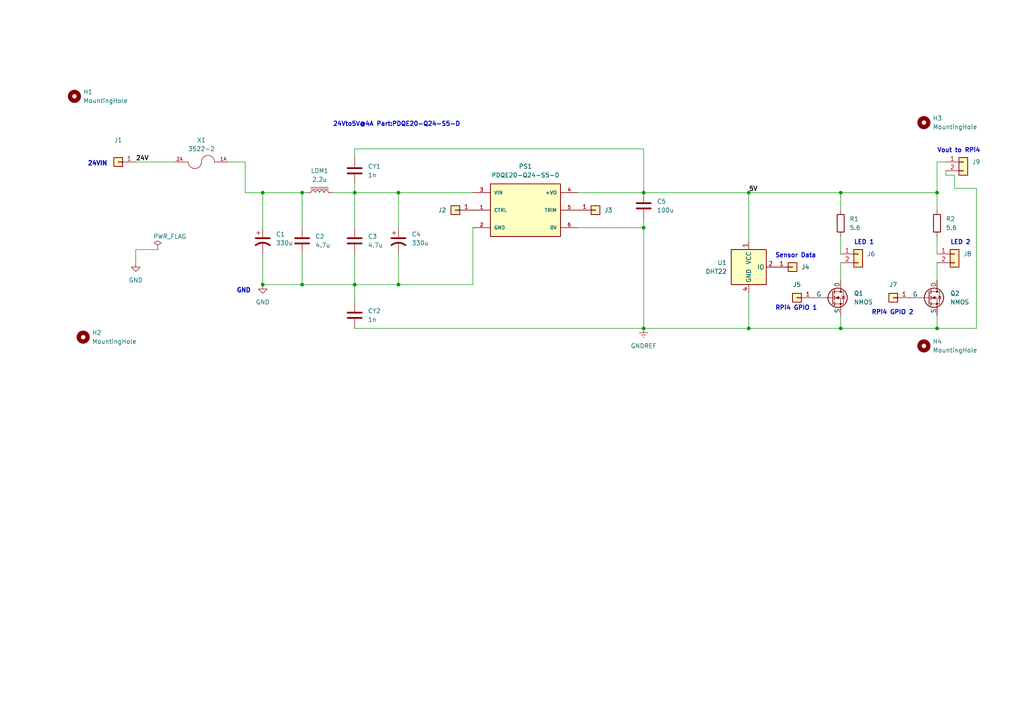
<source format=kicad_sch>
(kicad_sch (version 20230121) (generator eeschema)

  (uuid c8a1dbed-09ff-4cce-b212-445f2f4631fc)

  (paper "A4")

  (title_block
    (date "2023-09-22")
    (rev "1.1")
    (company "ASML Team 12")
  )

  (lib_symbols
    (symbol "3522-2:3522-2" (pin_names (offset 1.016)) (in_bom yes) (on_board yes)
      (property "Reference" "X" (at -2.54 5.08 0)
        (effects (font (size 1.27 1.27)) (justify left bottom))
      )
      (property "Value" "3522-2" (at -2.54 -5.08 0)
        (effects (font (size 1.27 1.27)) (justify left bottom))
      )
      (property "Footprint" "3522-2:FUSE_3522-2" (at 0 0 0)
        (effects (font (size 1.27 1.27)) (justify bottom) hide)
      )
      (property "Datasheet" "" (at 0 0 0)
        (effects (font (size 1.27 1.27)) hide)
      )
      (property "PARTREV" "J" (at 0 0 0)
        (effects (font (size 1.27 1.27)) (justify bottom) hide)
      )
      (property "MANUFACTURER" "Keystone" (at 0 0 0)
        (effects (font (size 1.27 1.27)) (justify bottom) hide)
      )
      (property "SNAPEDA_PN" "3522-2" (at 0 0 0)
        (effects (font (size 1.27 1.27)) (justify bottom) hide)
      )
      (property "MAXIMUM_PACKAGE_HEIGHT" "6.73mm" (at 0 0 0)
        (effects (font (size 1.27 1.27)) (justify bottom) hide)
      )
      (property "STANDARD" "Manufacturer Recommendations" (at 0 0 0)
        (effects (font (size 1.27 1.27)) (justify bottom) hide)
      )
      (symbol "3522-2_0_0"
        (arc (start 0 0) (mid -1.905 1.8967) (end -3.81 0)
          (stroke (width 0.1524) (type default))
          (fill (type none))
        )
        (polyline
          (pts
            (xy -5.08 0)
            (xy -3.81 0)
          )
          (stroke (width 0.1524) (type default))
          (fill (type none))
        )
        (polyline
          (pts
            (xy 5.08 0)
            (xy 3.81 0)
          )
          (stroke (width 0.1524) (type default))
          (fill (type none))
        )
        (arc (start 0 0) (mid 1.905 -1.8967) (end 3.81 0)
          (stroke (width 0.1524) (type default))
          (fill (type none))
        )
        (pin passive line (at -7.62 0 0) (length 2.54)
          (name "~" (effects (font (size 1.016 1.016))))
          (number "1A" (effects (font (size 1.016 1.016))))
        )
        (pin passive line (at 7.62 0 180) (length 2.54)
          (name "~" (effects (font (size 1.016 1.016))))
          (number "2A" (effects (font (size 1.016 1.016))))
        )
      )
    )
    (symbol "Connector_Generic:Conn_01x01" (pin_names (offset 1.016) hide) (in_bom yes) (on_board yes)
      (property "Reference" "J" (at 0 2.54 0)
        (effects (font (size 1.27 1.27)))
      )
      (property "Value" "Conn_01x01" (at 0 -2.54 0)
        (effects (font (size 1.27 1.27)))
      )
      (property "Footprint" "" (at 0 0 0)
        (effects (font (size 1.27 1.27)) hide)
      )
      (property "Datasheet" "~" (at 0 0 0)
        (effects (font (size 1.27 1.27)) hide)
      )
      (property "ki_keywords" "connector" (at 0 0 0)
        (effects (font (size 1.27 1.27)) hide)
      )
      (property "ki_description" "Generic connector, single row, 01x01, script generated (kicad-library-utils/schlib/autogen/connector/)" (at 0 0 0)
        (effects (font (size 1.27 1.27)) hide)
      )
      (property "ki_fp_filters" "Connector*:*_1x??_*" (at 0 0 0)
        (effects (font (size 1.27 1.27)) hide)
      )
      (symbol "Conn_01x01_1_1"
        (rectangle (start -1.27 0.127) (end 0 -0.127)
          (stroke (width 0.1524) (type default))
          (fill (type none))
        )
        (rectangle (start -1.27 1.27) (end 1.27 -1.27)
          (stroke (width 0.254) (type default))
          (fill (type background))
        )
        (pin passive line (at -5.08 0 0) (length 3.81)
          (name "Pin_1" (effects (font (size 1.27 1.27))))
          (number "1" (effects (font (size 1.27 1.27))))
        )
      )
    )
    (symbol "Connector_Generic:Conn_01x02" (pin_names (offset 1.016) hide) (in_bom yes) (on_board yes)
      (property "Reference" "J" (at 0 2.54 0)
        (effects (font (size 1.27 1.27)))
      )
      (property "Value" "Conn_01x02" (at 0 -5.08 0)
        (effects (font (size 1.27 1.27)))
      )
      (property "Footprint" "" (at 0 0 0)
        (effects (font (size 1.27 1.27)) hide)
      )
      (property "Datasheet" "~" (at 0 0 0)
        (effects (font (size 1.27 1.27)) hide)
      )
      (property "ki_keywords" "connector" (at 0 0 0)
        (effects (font (size 1.27 1.27)) hide)
      )
      (property "ki_description" "Generic connector, single row, 01x02, script generated (kicad-library-utils/schlib/autogen/connector/)" (at 0 0 0)
        (effects (font (size 1.27 1.27)) hide)
      )
      (property "ki_fp_filters" "Connector*:*_1x??_*" (at 0 0 0)
        (effects (font (size 1.27 1.27)) hide)
      )
      (symbol "Conn_01x02_1_1"
        (rectangle (start -1.27 -2.413) (end 0 -2.667)
          (stroke (width 0.1524) (type default))
          (fill (type none))
        )
        (rectangle (start -1.27 0.127) (end 0 -0.127)
          (stroke (width 0.1524) (type default))
          (fill (type none))
        )
        (rectangle (start -1.27 1.27) (end 1.27 -3.81)
          (stroke (width 0.254) (type default))
          (fill (type background))
        )
        (pin passive line (at -5.08 0 0) (length 3.81)
          (name "Pin_1" (effects (font (size 1.27 1.27))))
          (number "1" (effects (font (size 1.27 1.27))))
        )
        (pin passive line (at -5.08 -2.54 0) (length 3.81)
          (name "Pin_2" (effects (font (size 1.27 1.27))))
          (number "2" (effects (font (size 1.27 1.27))))
        )
      )
    )
    (symbol "Device:C" (pin_numbers hide) (pin_names (offset 0.254)) (in_bom yes) (on_board yes)
      (property "Reference" "C" (at 0.635 2.54 0)
        (effects (font (size 1.27 1.27)) (justify left))
      )
      (property "Value" "C" (at 0.635 -2.54 0)
        (effects (font (size 1.27 1.27)) (justify left))
      )
      (property "Footprint" "" (at 0.9652 -3.81 0)
        (effects (font (size 1.27 1.27)) hide)
      )
      (property "Datasheet" "~" (at 0 0 0)
        (effects (font (size 1.27 1.27)) hide)
      )
      (property "ki_keywords" "cap capacitor" (at 0 0 0)
        (effects (font (size 1.27 1.27)) hide)
      )
      (property "ki_description" "Unpolarized capacitor" (at 0 0 0)
        (effects (font (size 1.27 1.27)) hide)
      )
      (property "ki_fp_filters" "C_*" (at 0 0 0)
        (effects (font (size 1.27 1.27)) hide)
      )
      (symbol "C_0_1"
        (polyline
          (pts
            (xy -2.032 -0.762)
            (xy 2.032 -0.762)
          )
          (stroke (width 0.508) (type default))
          (fill (type none))
        )
        (polyline
          (pts
            (xy -2.032 0.762)
            (xy 2.032 0.762)
          )
          (stroke (width 0.508) (type default))
          (fill (type none))
        )
      )
      (symbol "C_1_1"
        (pin passive line (at 0 3.81 270) (length 2.794)
          (name "~" (effects (font (size 1.27 1.27))))
          (number "1" (effects (font (size 1.27 1.27))))
        )
        (pin passive line (at 0 -3.81 90) (length 2.794)
          (name "~" (effects (font (size 1.27 1.27))))
          (number "2" (effects (font (size 1.27 1.27))))
        )
      )
    )
    (symbol "Device:C_Polarized_US" (pin_numbers hide) (pin_names (offset 0.254) hide) (in_bom yes) (on_board yes)
      (property "Reference" "C" (at 0.635 2.54 0)
        (effects (font (size 1.27 1.27)) (justify left))
      )
      (property "Value" "C_Polarized_US" (at 0.635 -2.54 0)
        (effects (font (size 1.27 1.27)) (justify left))
      )
      (property "Footprint" "" (at 0 0 0)
        (effects (font (size 1.27 1.27)) hide)
      )
      (property "Datasheet" "~" (at 0 0 0)
        (effects (font (size 1.27 1.27)) hide)
      )
      (property "ki_keywords" "cap capacitor" (at 0 0 0)
        (effects (font (size 1.27 1.27)) hide)
      )
      (property "ki_description" "Polarized capacitor, US symbol" (at 0 0 0)
        (effects (font (size 1.27 1.27)) hide)
      )
      (property "ki_fp_filters" "CP_*" (at 0 0 0)
        (effects (font (size 1.27 1.27)) hide)
      )
      (symbol "C_Polarized_US_0_1"
        (polyline
          (pts
            (xy -2.032 0.762)
            (xy 2.032 0.762)
          )
          (stroke (width 0.508) (type default))
          (fill (type none))
        )
        (polyline
          (pts
            (xy -1.778 2.286)
            (xy -0.762 2.286)
          )
          (stroke (width 0) (type default))
          (fill (type none))
        )
        (polyline
          (pts
            (xy -1.27 1.778)
            (xy -1.27 2.794)
          )
          (stroke (width 0) (type default))
          (fill (type none))
        )
        (arc (start 2.032 -1.27) (mid 0 -0.5572) (end -2.032 -1.27)
          (stroke (width 0.508) (type default))
          (fill (type none))
        )
      )
      (symbol "C_Polarized_US_1_1"
        (pin passive line (at 0 3.81 270) (length 2.794)
          (name "~" (effects (font (size 1.27 1.27))))
          (number "1" (effects (font (size 1.27 1.27))))
        )
        (pin passive line (at 0 -3.81 90) (length 3.302)
          (name "~" (effects (font (size 1.27 1.27))))
          (number "2" (effects (font (size 1.27 1.27))))
        )
      )
    )
    (symbol "Device:L_Iron" (pin_numbers hide) (pin_names (offset 1.016) hide) (in_bom yes) (on_board yes)
      (property "Reference" "L" (at -1.27 0 90)
        (effects (font (size 1.27 1.27)))
      )
      (property "Value" "L_Iron" (at 2.794 0 90)
        (effects (font (size 1.27 1.27)))
      )
      (property "Footprint" "" (at 0 0 0)
        (effects (font (size 1.27 1.27)) hide)
      )
      (property "Datasheet" "~" (at 0 0 0)
        (effects (font (size 1.27 1.27)) hide)
      )
      (property "ki_keywords" "inductor choke coil reactor magnetic" (at 0 0 0)
        (effects (font (size 1.27 1.27)) hide)
      )
      (property "ki_description" "Inductor with iron core" (at 0 0 0)
        (effects (font (size 1.27 1.27)) hide)
      )
      (property "ki_fp_filters" "Choke_* *Coil* Inductor_* L_*" (at 0 0 0)
        (effects (font (size 1.27 1.27)) hide)
      )
      (symbol "L_Iron_0_1"
        (arc (start 0 -2.54) (mid 0.6323 -1.905) (end 0 -1.27)
          (stroke (width 0) (type default))
          (fill (type none))
        )
        (arc (start 0 -1.27) (mid 0.6323 -0.635) (end 0 0)
          (stroke (width 0) (type default))
          (fill (type none))
        )
        (polyline
          (pts
            (xy 1.016 2.54)
            (xy 1.016 -2.54)
          )
          (stroke (width 0) (type default))
          (fill (type none))
        )
        (polyline
          (pts
            (xy 1.524 -2.54)
            (xy 1.524 2.54)
          )
          (stroke (width 0) (type default))
          (fill (type none))
        )
        (arc (start 0 0) (mid 0.6323 0.635) (end 0 1.27)
          (stroke (width 0) (type default))
          (fill (type none))
        )
        (arc (start 0 1.27) (mid 0.6323 1.905) (end 0 2.54)
          (stroke (width 0) (type default))
          (fill (type none))
        )
      )
      (symbol "L_Iron_1_1"
        (pin passive line (at 0 3.81 270) (length 1.27)
          (name "1" (effects (font (size 1.27 1.27))))
          (number "1" (effects (font (size 1.27 1.27))))
        )
        (pin passive line (at 0 -3.81 90) (length 1.27)
          (name "2" (effects (font (size 1.27 1.27))))
          (number "2" (effects (font (size 1.27 1.27))))
        )
      )
    )
    (symbol "Device:R" (pin_numbers hide) (pin_names (offset 0)) (in_bom yes) (on_board yes)
      (property "Reference" "R" (at 2.032 0 90)
        (effects (font (size 1.27 1.27)))
      )
      (property "Value" "R" (at 0 0 90)
        (effects (font (size 1.27 1.27)))
      )
      (property "Footprint" "" (at -1.778 0 90)
        (effects (font (size 1.27 1.27)) hide)
      )
      (property "Datasheet" "~" (at 0 0 0)
        (effects (font (size 1.27 1.27)) hide)
      )
      (property "ki_keywords" "R res resistor" (at 0 0 0)
        (effects (font (size 1.27 1.27)) hide)
      )
      (property "ki_description" "Resistor" (at 0 0 0)
        (effects (font (size 1.27 1.27)) hide)
      )
      (property "ki_fp_filters" "R_*" (at 0 0 0)
        (effects (font (size 1.27 1.27)) hide)
      )
      (symbol "R_0_1"
        (rectangle (start -1.016 -2.54) (end 1.016 2.54)
          (stroke (width 0.254) (type default))
          (fill (type none))
        )
      )
      (symbol "R_1_1"
        (pin passive line (at 0 3.81 270) (length 1.27)
          (name "~" (effects (font (size 1.27 1.27))))
          (number "1" (effects (font (size 1.27 1.27))))
        )
        (pin passive line (at 0 -3.81 90) (length 1.27)
          (name "~" (effects (font (size 1.27 1.27))))
          (number "2" (effects (font (size 1.27 1.27))))
        )
      )
    )
    (symbol "Mechanical:MountingHole" (pin_names (offset 1.016)) (in_bom yes) (on_board yes)
      (property "Reference" "H" (at 0 5.08 0)
        (effects (font (size 1.27 1.27)))
      )
      (property "Value" "MountingHole" (at 0 3.175 0)
        (effects (font (size 1.27 1.27)))
      )
      (property "Footprint" "" (at 0 0 0)
        (effects (font (size 1.27 1.27)) hide)
      )
      (property "Datasheet" "~" (at 0 0 0)
        (effects (font (size 1.27 1.27)) hide)
      )
      (property "ki_keywords" "mounting hole" (at 0 0 0)
        (effects (font (size 1.27 1.27)) hide)
      )
      (property "ki_description" "Mounting Hole without connection" (at 0 0 0)
        (effects (font (size 1.27 1.27)) hide)
      )
      (property "ki_fp_filters" "MountingHole*" (at 0 0 0)
        (effects (font (size 1.27 1.27)) hide)
      )
      (symbol "MountingHole_0_1"
        (circle (center 0 0) (radius 1.27)
          (stroke (width 1.27) (type default))
          (fill (type none))
        )
      )
    )
    (symbol "PDQE20-Q24-S5-D:PDQE20-Q24-S5-D" (pin_names (offset 1.016)) (in_bom yes) (on_board yes)
      (property "Reference" "PS" (at -10.16 8.382 0)
        (effects (font (size 1.27 1.27)) (justify left bottom))
      )
      (property "Value" "PDQE20-Q24-S5-D" (at -10.16 -10.16 0)
        (effects (font (size 1.27 1.27)) (justify left bottom))
      )
      (property "Footprint" "CONV_PDQE20-Q24-S5-D" (at 0 0 0)
        (effects (font (size 1.27 1.27)) (justify left bottom) hide)
      )
      (property "Datasheet" "" (at 0 0 0)
        (effects (font (size 1.27 1.27)) (justify left bottom) hide)
      )
      (property "PARTREV" "1.0" (at 0 0 0)
        (effects (font (size 1.27 1.27)) (justify left bottom) hide)
      )
      (property "STANDARD" "Manufacturer Recommendations" (at 0 0 0)
        (effects (font (size 1.27 1.27)) (justify left bottom) hide)
      )
      (property "MAXIMUM_PACKAGE_HEIGHT" "11.70mm" (at 0 0 0)
        (effects (font (size 1.27 1.27)) (justify left bottom) hide)
      )
      (property "MANUFACTURER" "CUI Inc." (at 0 0 0)
        (effects (font (size 1.27 1.27)) (justify left bottom) hide)
      )
      (property "ki_locked" "" (at 0 0 0)
        (effects (font (size 1.27 1.27)))
      )
      (symbol "PDQE20-Q24-S5-D_0_0"
        (rectangle (start -10.16 -7.62) (end 10.16 7.62)
          (stroke (width 0.254) (type solid))
          (fill (type background))
        )
        (pin input line (at -15.24 0 0) (length 5.08)
          (name "CTRL" (effects (font (size 1.016 1.016))))
          (number "1" (effects (font (size 1.016 1.016))))
        )
        (pin power_in line (at -15.24 -5.08 0) (length 5.08)
          (name "GND" (effects (font (size 1.016 1.016))))
          (number "2" (effects (font (size 1.016 1.016))))
        )
        (pin input line (at -15.24 5.08 0) (length 5.08)
          (name "VIN" (effects (font (size 1.016 1.016))))
          (number "3" (effects (font (size 1.016 1.016))))
        )
        (pin output line (at 15.24 5.08 180) (length 5.08)
          (name "+VO" (effects (font (size 1.016 1.016))))
          (number "4" (effects (font (size 1.016 1.016))))
        )
        (pin passive line (at 15.24 0 180) (length 5.08)
          (name "TRIM" (effects (font (size 1.016 1.016))))
          (number "5" (effects (font (size 1.016 1.016))))
        )
        (pin output line (at 15.24 -5.08 180) (length 5.08)
          (name "0V" (effects (font (size 1.016 1.016))))
          (number "6" (effects (font (size 1.016 1.016))))
        )
      )
    )
    (symbol "Sensor:DHT11" (in_bom yes) (on_board yes)
      (property "Reference" "U1" (at -6.35 1.27 0)
        (effects (font (size 1.27 1.27)) (justify right))
      )
      (property "Value" "DHT22" (at -6.35 -1.27 0)
        (effects (font (size 1.27 1.27)) (justify right))
      )
      (property "Footprint" "Sensor:Aosong_DHT11_5.5x12.0_P2.54mm" (at 0 -10.16 0)
        (effects (font (size 1.27 1.27)) hide)
      )
      (property "Datasheet" "http://akizukidenshi.com/download/ds/aosong/DHT11.pdf" (at 3.81 6.35 0)
        (effects (font (size 1.27 1.27)) hide)
      )
      (property "ki_keywords" "Digital temperature humidity sensor" (at 0 0 0)
        (effects (font (size 1.27 1.27)) hide)
      )
      (property "ki_description" "Temperature and humidity module" (at 0 0 0)
        (effects (font (size 1.27 1.27)) hide)
      )
      (property "ki_fp_filters" "Aosong*DHT11*5.5x12.0*P2.54mm*" (at 0 0 0)
        (effects (font (size 1.27 1.27)) hide)
      )
      (symbol "DHT11_0_1"
        (rectangle (start -5.08 5.08) (end 5.08 -5.08)
          (stroke (width 0.254) (type default))
          (fill (type background))
        )
      )
      (symbol "DHT11_1_1"
        (pin input line (at 0 7.62 270) (length 2.54)
          (name "VCC" (effects (font (size 1.27 1.27))))
          (number "1" (effects (font (size 1.27 1.27))))
        )
        (pin bidirectional line (at 7.62 0 180) (length 2.54)
          (name "IO" (effects (font (size 1.27 1.27))))
          (number "2" (effects (font (size 1.27 1.27))))
        )
        (pin no_connect line (at -5.08 0 0) (length 2.54) hide
          (name "NC" (effects (font (size 1.27 1.27))))
          (number "3" (effects (font (size 1.27 1.27))))
        )
        (pin power_in line (at 0 -7.62 90) (length 2.54)
          (name "GND" (effects (font (size 1.27 1.27))))
          (number "4" (effects (font (size 1.27 1.27))))
        )
      )
    )
    (symbol "Simulation_SPICE:NMOS" (pin_numbers hide) (pin_names (offset 0)) (in_bom yes) (on_board yes)
      (property "Reference" "Q" (at 5.08 1.27 0)
        (effects (font (size 1.27 1.27)) (justify left))
      )
      (property "Value" "NMOS" (at 5.08 -1.27 0)
        (effects (font (size 1.27 1.27)) (justify left))
      )
      (property "Footprint" "" (at 5.08 2.54 0)
        (effects (font (size 1.27 1.27)) hide)
      )
      (property "Datasheet" "https://ngspice.sourceforge.io/docs/ngspice-manual.pdf" (at 0 -12.7 0)
        (effects (font (size 1.27 1.27)) hide)
      )
      (property "Sim.Device" "NMOS" (at 0 -17.145 0)
        (effects (font (size 1.27 1.27)) hide)
      )
      (property "Sim.Type" "VDMOS" (at 0 -19.05 0)
        (effects (font (size 1.27 1.27)) hide)
      )
      (property "Sim.Pins" "1=D 2=G 3=S" (at 0 -15.24 0)
        (effects (font (size 1.27 1.27)) hide)
      )
      (property "ki_keywords" "transistor NMOS N-MOS N-MOSFET simulation" (at 0 0 0)
        (effects (font (size 1.27 1.27)) hide)
      )
      (property "ki_description" "N-MOSFET transistor, drain/source/gate" (at 0 0 0)
        (effects (font (size 1.27 1.27)) hide)
      )
      (symbol "NMOS_0_1"
        (polyline
          (pts
            (xy 0.254 0)
            (xy -2.54 0)
          )
          (stroke (width 0) (type default))
          (fill (type none))
        )
        (polyline
          (pts
            (xy 0.254 1.905)
            (xy 0.254 -1.905)
          )
          (stroke (width 0.254) (type default))
          (fill (type none))
        )
        (polyline
          (pts
            (xy 0.762 -1.27)
            (xy 0.762 -2.286)
          )
          (stroke (width 0.254) (type default))
          (fill (type none))
        )
        (polyline
          (pts
            (xy 0.762 0.508)
            (xy 0.762 -0.508)
          )
          (stroke (width 0.254) (type default))
          (fill (type none))
        )
        (polyline
          (pts
            (xy 0.762 2.286)
            (xy 0.762 1.27)
          )
          (stroke (width 0.254) (type default))
          (fill (type none))
        )
        (polyline
          (pts
            (xy 2.54 2.54)
            (xy 2.54 1.778)
          )
          (stroke (width 0) (type default))
          (fill (type none))
        )
        (polyline
          (pts
            (xy 2.54 -2.54)
            (xy 2.54 0)
            (xy 0.762 0)
          )
          (stroke (width 0) (type default))
          (fill (type none))
        )
        (polyline
          (pts
            (xy 0.762 -1.778)
            (xy 3.302 -1.778)
            (xy 3.302 1.778)
            (xy 0.762 1.778)
          )
          (stroke (width 0) (type default))
          (fill (type none))
        )
        (polyline
          (pts
            (xy 1.016 0)
            (xy 2.032 0.381)
            (xy 2.032 -0.381)
            (xy 1.016 0)
          )
          (stroke (width 0) (type default))
          (fill (type outline))
        )
        (polyline
          (pts
            (xy 2.794 0.508)
            (xy 2.921 0.381)
            (xy 3.683 0.381)
            (xy 3.81 0.254)
          )
          (stroke (width 0) (type default))
          (fill (type none))
        )
        (polyline
          (pts
            (xy 3.302 0.381)
            (xy 2.921 -0.254)
            (xy 3.683 -0.254)
            (xy 3.302 0.381)
          )
          (stroke (width 0) (type default))
          (fill (type none))
        )
        (circle (center 1.651 0) (radius 2.794)
          (stroke (width 0.254) (type default))
          (fill (type none))
        )
        (circle (center 2.54 -1.778) (radius 0.254)
          (stroke (width 0) (type default))
          (fill (type outline))
        )
        (circle (center 2.54 1.778) (radius 0.254)
          (stroke (width 0) (type default))
          (fill (type outline))
        )
      )
      (symbol "NMOS_1_1"
        (pin passive line (at 2.54 5.08 270) (length 2.54)
          (name "D" (effects (font (size 1.27 1.27))))
          (number "1" (effects (font (size 1.27 1.27))))
        )
        (pin input line (at -5.08 0 0) (length 2.54)
          (name "G" (effects (font (size 1.27 1.27))))
          (number "2" (effects (font (size 1.27 1.27))))
        )
        (pin passive line (at 2.54 -5.08 90) (length 2.54)
          (name "S" (effects (font (size 1.27 1.27))))
          (number "3" (effects (font (size 1.27 1.27))))
        )
      )
    )
    (symbol "power:GND" (power) (pin_names (offset 0)) (in_bom yes) (on_board yes)
      (property "Reference" "#PWR" (at 0 -6.35 0)
        (effects (font (size 1.27 1.27)) hide)
      )
      (property "Value" "GND" (at 0 -3.81 0)
        (effects (font (size 1.27 1.27)))
      )
      (property "Footprint" "" (at 0 0 0)
        (effects (font (size 1.27 1.27)) hide)
      )
      (property "Datasheet" "" (at 0 0 0)
        (effects (font (size 1.27 1.27)) hide)
      )
      (property "ki_keywords" "global power" (at 0 0 0)
        (effects (font (size 1.27 1.27)) hide)
      )
      (property "ki_description" "Power symbol creates a global label with name \"GND\" , ground" (at 0 0 0)
        (effects (font (size 1.27 1.27)) hide)
      )
      (symbol "GND_0_1"
        (polyline
          (pts
            (xy 0 0)
            (xy 0 -1.27)
            (xy 1.27 -1.27)
            (xy 0 -2.54)
            (xy -1.27 -1.27)
            (xy 0 -1.27)
          )
          (stroke (width 0) (type default))
          (fill (type none))
        )
      )
      (symbol "GND_1_1"
        (pin power_in line (at 0 0 270) (length 0) hide
          (name "GND" (effects (font (size 1.27 1.27))))
          (number "1" (effects (font (size 1.27 1.27))))
        )
      )
    )
    (symbol "power:GNDREF" (power) (pin_names (offset 0)) (in_bom yes) (on_board yes)
      (property "Reference" "#PWR" (at 0 -6.35 0)
        (effects (font (size 1.27 1.27)) hide)
      )
      (property "Value" "GNDREF" (at 0 -3.81 0)
        (effects (font (size 1.27 1.27)))
      )
      (property "Footprint" "" (at 0 0 0)
        (effects (font (size 1.27 1.27)) hide)
      )
      (property "Datasheet" "" (at 0 0 0)
        (effects (font (size 1.27 1.27)) hide)
      )
      (property "ki_keywords" "global power" (at 0 0 0)
        (effects (font (size 1.27 1.27)) hide)
      )
      (property "ki_description" "Power symbol creates a global label with name \"GNDREF\" , reference supply ground" (at 0 0 0)
        (effects (font (size 1.27 1.27)) hide)
      )
      (symbol "GNDREF_0_1"
        (polyline
          (pts
            (xy -0.635 -1.905)
            (xy 0.635 -1.905)
          )
          (stroke (width 0) (type default))
          (fill (type none))
        )
        (polyline
          (pts
            (xy -0.127 -2.54)
            (xy 0.127 -2.54)
          )
          (stroke (width 0) (type default))
          (fill (type none))
        )
        (polyline
          (pts
            (xy 0 -1.27)
            (xy 0 0)
          )
          (stroke (width 0) (type default))
          (fill (type none))
        )
        (polyline
          (pts
            (xy 1.27 -1.27)
            (xy -1.27 -1.27)
          )
          (stroke (width 0) (type default))
          (fill (type none))
        )
      )
      (symbol "GNDREF_1_1"
        (pin power_in line (at 0 0 270) (length 0) hide
          (name "GNDREF" (effects (font (size 1.27 1.27))))
          (number "1" (effects (font (size 1.27 1.27))))
        )
      )
    )
    (symbol "power:PWR_FLAG" (power) (pin_numbers hide) (pin_names (offset 0) hide) (in_bom yes) (on_board yes)
      (property "Reference" "#FLG" (at 0 1.905 0)
        (effects (font (size 1.27 1.27)) hide)
      )
      (property "Value" "PWR_FLAG" (at 0 3.81 0)
        (effects (font (size 1.27 1.27)))
      )
      (property "Footprint" "" (at 0 0 0)
        (effects (font (size 1.27 1.27)) hide)
      )
      (property "Datasheet" "~" (at 0 0 0)
        (effects (font (size 1.27 1.27)) hide)
      )
      (property "ki_keywords" "flag power" (at 0 0 0)
        (effects (font (size 1.27 1.27)) hide)
      )
      (property "ki_description" "Special symbol for telling ERC where power comes from" (at 0 0 0)
        (effects (font (size 1.27 1.27)) hide)
      )
      (symbol "PWR_FLAG_0_0"
        (pin power_out line (at 0 0 90) (length 0)
          (name "pwr" (effects (font (size 1.27 1.27))))
          (number "1" (effects (font (size 1.27 1.27))))
        )
      )
      (symbol "PWR_FLAG_0_1"
        (polyline
          (pts
            (xy 0 0)
            (xy 0 1.27)
            (xy -1.016 1.905)
            (xy 0 2.54)
            (xy 1.016 1.905)
            (xy 0 1.27)
          )
          (stroke (width 0) (type default))
          (fill (type none))
        )
      )
    )
  )

  (junction (at 87.63 55.88) (diameter 0) (color 0 0 0 0)
    (uuid 0a586548-010f-4cfb-ad41-3ae9d650d69d)
  )
  (junction (at 243.84 55.88) (diameter 0) (color 0 0 0 0)
    (uuid 35bfcc68-6593-427c-a3f2-fd9667157a53)
  )
  (junction (at 102.87 55.88) (diameter 0) (color 0 0 0 0)
    (uuid 434dfd24-1b9a-47fd-bc18-736261b366b0)
  )
  (junction (at 76.2 82.55) (diameter 0) (color 0 0 0 0)
    (uuid 454dd148-4abf-480f-9079-0b509714a68d)
  )
  (junction (at 76.2 55.88) (diameter 0) (color 0 0 0 0)
    (uuid 6313af42-c194-4118-a1be-012391dc35a9)
  )
  (junction (at 186.69 95.25) (diameter 0) (color 0 0 0 0)
    (uuid 68991ce0-baf9-455b-bdc2-29827a10be30)
  )
  (junction (at 186.69 55.88) (diameter 0) (color 0 0 0 0)
    (uuid 6ac95d65-7902-4799-bf4c-35e8f6f28686)
  )
  (junction (at 217.17 95.25) (diameter 0) (color 0 0 0 0)
    (uuid 71df1aa0-a82a-4297-bc47-8142f75c23bb)
  )
  (junction (at 271.78 55.88) (diameter 0) (color 0 0 0 0)
    (uuid 82558018-93db-4cf9-9a09-55255a6e2455)
  )
  (junction (at 186.69 66.04) (diameter 0) (color 0 0 0 0)
    (uuid 831b5e84-699d-4bbd-86c2-ed615b982dd4)
  )
  (junction (at 87.63 82.55) (diameter 0) (color 0 0 0 0)
    (uuid 952fbe35-3655-4958-b35e-67dc4365a9ed)
  )
  (junction (at 102.87 82.55) (diameter 0) (color 0 0 0 0)
    (uuid 9a9a8a38-3b7c-4399-9b0a-36fcce6c52d2)
  )
  (junction (at 271.78 95.25) (diameter 0) (color 0 0 0 0)
    (uuid a1636947-0f50-442c-9b5d-42cad8cbb78e)
  )
  (junction (at 115.57 55.88) (diameter 0) (color 0 0 0 0)
    (uuid ba2a503b-313a-4e9c-92a8-b831985b481b)
  )
  (junction (at 115.57 82.55) (diameter 0) (color 0 0 0 0)
    (uuid c418164a-65cd-4966-8e4e-c9d5c50265e0)
  )
  (junction (at 243.84 95.25) (diameter 0) (color 0 0 0 0)
    (uuid c5252c92-d7a5-48c1-99fe-eafbfce0f274)
  )
  (junction (at 217.17 55.88) (diameter 0) (color 0 0 0 0)
    (uuid ff498451-0a79-49ad-8c24-ffebc1336518)
  )

  (wire (pts (xy 243.84 95.25) (xy 271.78 95.25))
    (stroke (width 0) (type default))
    (uuid 0a7ca540-4a6e-4fa6-ba06-4566a820e075)
  )
  (wire (pts (xy 102.87 82.55) (xy 102.87 87.63))
    (stroke (width 0) (type default))
    (uuid 0bcd521d-4438-461a-9237-08721519289d)
  )
  (wire (pts (xy 283.21 95.25) (xy 271.78 95.25))
    (stroke (width 0) (type default))
    (uuid 19cbf7b4-5b90-49ce-be65-591565b7f4e5)
  )
  (wire (pts (xy 274.32 50.8) (xy 274.32 49.53))
    (stroke (width 0) (type default))
    (uuid 19e16dbd-fc87-4155-b6d2-260867ad1f0d)
  )
  (wire (pts (xy 217.17 55.88) (xy 217.17 69.85))
    (stroke (width 0) (type default))
    (uuid 1e938d6d-824e-4628-827b-0b3a2956f606)
  )
  (wire (pts (xy 167.64 66.04) (xy 186.69 66.04))
    (stroke (width 0) (type default))
    (uuid 1f6c20c3-e3fb-4d9f-a44c-eefbf26db047)
  )
  (wire (pts (xy 186.69 55.88) (xy 217.17 55.88))
    (stroke (width 0) (type default))
    (uuid 2bc64121-3f3f-4c0b-80df-e9aa8a1810ea)
  )
  (wire (pts (xy 217.17 85.09) (xy 217.17 95.25))
    (stroke (width 0) (type default))
    (uuid 2ce262c2-53a0-44a5-adf9-9242567204de)
  )
  (wire (pts (xy 115.57 55.88) (xy 137.16 55.88))
    (stroke (width 0) (type default))
    (uuid 2db69135-e36f-4fe8-9942-e4d82a89b545)
  )
  (wire (pts (xy 186.69 43.18) (xy 186.69 55.88))
    (stroke (width 0) (type default))
    (uuid 2e6e7592-eb1d-4ce5-ba7e-afdc9ddf3bf6)
  )
  (wire (pts (xy 186.69 66.04) (xy 186.69 95.25))
    (stroke (width 0) (type default))
    (uuid 3a4a8eec-0f8e-41d1-a43e-112d22b315ce)
  )
  (wire (pts (xy 102.87 95.25) (xy 186.69 95.25))
    (stroke (width 0) (type default))
    (uuid 3a973436-c5e0-4277-a034-ddda9b45a990)
  )
  (wire (pts (xy 243.84 76.2) (xy 243.84 81.28))
    (stroke (width 0) (type default))
    (uuid 3d872105-2592-43ce-8721-caee238df8fa)
  )
  (wire (pts (xy 271.78 46.99) (xy 271.78 55.88))
    (stroke (width 0) (type default))
    (uuid 3daeb2c8-8af1-4de8-aa34-ceff4292547a)
  )
  (wire (pts (xy 39.37 76.2) (xy 39.37 72.39))
    (stroke (width 0) (type default))
    (uuid 4418bc1b-d377-4185-8bfd-e66db93ae813)
  )
  (wire (pts (xy 276.86 50.8) (xy 274.32 50.8))
    (stroke (width 0) (type default))
    (uuid 450733c9-f218-485a-963d-149e646b070b)
  )
  (wire (pts (xy 115.57 66.04) (xy 115.57 55.88))
    (stroke (width 0) (type default))
    (uuid 4a995513-c70b-4393-a3dd-917a4bf2cf0e)
  )
  (wire (pts (xy 87.63 82.55) (xy 102.87 82.55))
    (stroke (width 0) (type default))
    (uuid 4e13e66e-e72a-41d3-9a7d-a201b1fd21d8)
  )
  (wire (pts (xy 115.57 82.55) (xy 137.16 82.55))
    (stroke (width 0) (type default))
    (uuid 558b8008-84bb-4989-a526-b661d9bd7eab)
  )
  (wire (pts (xy 71.12 46.99) (xy 71.12 55.88))
    (stroke (width 0) (type default))
    (uuid 56ef506b-8d0f-4211-ace6-1e9de65cad3c)
  )
  (wire (pts (xy 39.37 46.99) (xy 50.8 46.99))
    (stroke (width 0) (type default))
    (uuid 56f86d5d-e9ae-48db-9242-ad1119eda25a)
  )
  (wire (pts (xy 102.87 43.18) (xy 186.69 43.18))
    (stroke (width 0) (type default))
    (uuid 585d1776-359c-47b9-97aa-d2e1e87f8924)
  )
  (wire (pts (xy 167.64 55.88) (xy 186.69 55.88))
    (stroke (width 0) (type default))
    (uuid 59d0db41-7579-4b1d-ade8-1d24b96cd300)
  )
  (wire (pts (xy 87.63 73.66) (xy 87.63 82.55))
    (stroke (width 0) (type default))
    (uuid 5dd6cfde-cfe0-445c-ae50-aead8e400a20)
  )
  (wire (pts (xy 271.78 55.88) (xy 271.78 60.96))
    (stroke (width 0) (type default))
    (uuid 6362299a-da93-48dc-ad8c-432f6db9ad12)
  )
  (wire (pts (xy 271.78 68.58) (xy 271.78 73.66))
    (stroke (width 0) (type default))
    (uuid 65db657d-e516-44c3-986b-b884b8d9c4ea)
  )
  (wire (pts (xy 87.63 66.04) (xy 87.63 55.88))
    (stroke (width 0) (type default))
    (uuid 731cf37d-15c4-4e53-bda2-980b61d855d8)
  )
  (wire (pts (xy 76.2 55.88) (xy 87.63 55.88))
    (stroke (width 0) (type default))
    (uuid 91547108-a77f-43b4-96d6-8b98d9ad9229)
  )
  (wire (pts (xy 39.37 72.39) (xy 45.72 72.39))
    (stroke (width 0) (type default))
    (uuid 9190f89f-2a13-42b3-ae3b-987d4f33041e)
  )
  (wire (pts (xy 283.21 54.61) (xy 283.21 95.25))
    (stroke (width 0) (type default))
    (uuid 9567abee-a01a-43ea-8058-6827f31ab058)
  )
  (wire (pts (xy 271.78 76.2) (xy 271.78 81.28))
    (stroke (width 0) (type default))
    (uuid 959536e5-bfe7-467f-93c7-e672706ca061)
  )
  (wire (pts (xy 243.84 68.58) (xy 243.84 73.66))
    (stroke (width 0) (type default))
    (uuid 99f5380b-53b7-4dfd-b8f7-2a856bbf5248)
  )
  (wire (pts (xy 276.86 54.61) (xy 283.21 54.61))
    (stroke (width 0) (type default))
    (uuid 9a52f48a-4b80-4659-85ab-34abed426302)
  )
  (wire (pts (xy 87.63 55.88) (xy 88.9 55.88))
    (stroke (width 0) (type default))
    (uuid 9ef07e19-0983-452b-a7de-2f18eb4d4771)
  )
  (wire (pts (xy 137.16 66.04) (xy 137.16 82.55))
    (stroke (width 0) (type default))
    (uuid a020faee-e40f-4ffb-aa44-4d9634715745)
  )
  (wire (pts (xy 102.87 82.55) (xy 115.57 82.55))
    (stroke (width 0) (type default))
    (uuid a377af3f-0ee5-4a2f-a55d-a86eae179606)
  )
  (wire (pts (xy 243.84 91.44) (xy 243.84 95.25))
    (stroke (width 0) (type default))
    (uuid aa7aa95f-e9dd-426d-926f-97bbdd8db4f0)
  )
  (wire (pts (xy 274.32 46.99) (xy 271.78 46.99))
    (stroke (width 0) (type default))
    (uuid ab2d2b54-2912-4ea7-8c00-6d577abac1d0)
  )
  (wire (pts (xy 276.86 54.61) (xy 276.86 50.8))
    (stroke (width 0) (type default))
    (uuid ab6e6029-2b86-4773-a775-eb5110a67a89)
  )
  (wire (pts (xy 71.12 55.88) (xy 76.2 55.88))
    (stroke (width 0) (type default))
    (uuid b49b558a-fccf-428c-a2c9-6084a70f4079)
  )
  (wire (pts (xy 243.84 55.88) (xy 243.84 60.96))
    (stroke (width 0) (type default))
    (uuid b8664da8-5189-47c7-9eed-8b94d99d30dc)
  )
  (wire (pts (xy 186.69 95.25) (xy 217.17 95.25))
    (stroke (width 0) (type default))
    (uuid bbc56dbe-3f2d-4c62-a2c8-ffa99622c5ca)
  )
  (wire (pts (xy 243.84 55.88) (xy 271.78 55.88))
    (stroke (width 0) (type default))
    (uuid bc15c4f3-d7fe-46a8-999a-e47d965f589c)
  )
  (wire (pts (xy 76.2 66.04) (xy 76.2 55.88))
    (stroke (width 0) (type default))
    (uuid bceadb64-083a-424d-bd36-761c4b8187c0)
  )
  (wire (pts (xy 115.57 73.66) (xy 115.57 82.55))
    (stroke (width 0) (type default))
    (uuid bf61f2f5-f476-4f5e-bb7b-4b5349413ff7)
  )
  (wire (pts (xy 102.87 55.88) (xy 115.57 55.88))
    (stroke (width 0) (type default))
    (uuid c4c7d2ce-738d-4eb0-bfc2-450a698be40c)
  )
  (wire (pts (xy 102.87 43.18) (xy 102.87 45.72))
    (stroke (width 0) (type default))
    (uuid c4f0b31e-1f63-4135-9baf-321412557b87)
  )
  (wire (pts (xy 96.52 55.88) (xy 102.87 55.88))
    (stroke (width 0) (type default))
    (uuid cd992cd0-4a9c-48e3-8fd1-5572c88f8a24)
  )
  (wire (pts (xy 217.17 55.88) (xy 243.84 55.88))
    (stroke (width 0) (type default))
    (uuid d2dc5d31-ceb1-412c-94de-159ce942fcad)
  )
  (wire (pts (xy 186.69 63.5) (xy 186.69 66.04))
    (stroke (width 0) (type default))
    (uuid d4912bcd-fa2f-4447-8655-417898aa48a2)
  )
  (wire (pts (xy 102.87 66.04) (xy 102.87 55.88))
    (stroke (width 0) (type default))
    (uuid e30528dd-e6b4-4bf4-93f0-820d43e11904)
  )
  (wire (pts (xy 66.04 46.99) (xy 71.12 46.99))
    (stroke (width 0) (type default))
    (uuid e58418d9-da8d-459e-9b33-2d878d2847a8)
  )
  (wire (pts (xy 76.2 82.55) (xy 87.63 82.55))
    (stroke (width 0) (type default))
    (uuid eb50e8b9-5a28-4758-9de2-0c5706fa7020)
  )
  (wire (pts (xy 102.87 73.66) (xy 102.87 82.55))
    (stroke (width 0) (type default))
    (uuid eb8520fe-722a-4dc8-b106-f64fe75d829c)
  )
  (wire (pts (xy 76.2 73.66) (xy 76.2 82.55))
    (stroke (width 0) (type default))
    (uuid f94537f3-e306-4972-a4ac-4e811e7da258)
  )
  (wire (pts (xy 243.84 95.25) (xy 217.17 95.25))
    (stroke (width 0) (type default))
    (uuid fa75c640-55ff-44fc-8ae4-fac781a5047e)
  )
  (wire (pts (xy 271.78 91.44) (xy 271.78 95.25))
    (stroke (width 0) (type default))
    (uuid fdd0d503-e14a-41ce-86f5-ac30ff5fbf7b)
  )
  (wire (pts (xy 102.87 53.34) (xy 102.87 55.88))
    (stroke (width 0) (type default))
    (uuid feedcd21-f51d-4b40-946b-6cbb24b22c64)
  )

  (text "GND" (at 68.58 85.09 0)
    (effects (font (size 1.27 1.27) (thickness 0.254) bold) (justify left bottom))
    (uuid 182020ba-9851-4a45-906c-338b93805bcf)
  )
  (text "Sensor Data" (at 224.79 74.93 0)
    (effects (font (size 1.27 1.27) bold) (justify left bottom))
    (uuid 33088e88-9907-41e1-9f85-1ea3450bf0d1)
  )
  (text "GND" (at 68.58 85.09 0)
    (effects (font (size 1.27 1.27) (thickness 0.254) bold) (justify left bottom))
    (uuid 3380e41b-6abe-4e92-b337-3451d0c5646d)
  )
  (text "24Vto5V@4A Part:PDQE20-Q24-S5-D" (at 96.52 36.83 0)
    (effects (font (size 1.27 1.27) (thickness 0.254) bold) (justify left bottom))
    (uuid 4a7d55af-f2dc-49ed-b4c0-936413686f3d)
  )
  (text "24VIN" (at 25.4 48.26 0)
    (effects (font (size 1.27 1.27) (thickness 0.254) bold) (justify left bottom))
    (uuid 53eefac1-faa2-4661-aeb3-a935a0d21ba7)
  )
  (text "LED 2" (at 275.59 71.12 0)
    (effects (font (size 1.27 1.27) bold) (justify left bottom))
    (uuid 56fbb7a6-f6e6-4c7f-9de1-bec8fe083054)
  )
  (text "Vout to RPi4" (at 271.78 44.45 0)
    (effects (font (size 1.27 1.27) bold) (justify left bottom))
    (uuid 8af4d1ab-3b5b-4871-9b22-2b777918f43f)
  )
  (text "RPi4 GPIO 1" (at 224.79 90.17 0)
    (effects (font (size 1.27 1.27) bold) (justify left bottom))
    (uuid 8d4cd757-96c6-4355-bd6b-1bf75674c87d)
  )
  (text "RPi4 GPIO 2" (at 252.73 91.44 0)
    (effects (font (size 1.27 1.27) bold) (justify left bottom))
    (uuid d2421ecd-8c92-4c32-bb24-e7c63335336a)
  )
  (text "LED 1" (at 247.65 71.12 0)
    (effects (font (size 1.27 1.27) bold) (justify left bottom))
    (uuid d7c8b89a-2c0e-4500-917e-7d3a3305211b)
  )
  (text "24VIN" (at 25.4 48.26 0)
    (effects (font (size 1.27 1.27) (thickness 0.254) bold) (justify left bottom))
    (uuid e0d29a74-d7f9-4f25-9c2b-8d817fe6781a)
  )

  (label "24V" (at 39.37 46.99 0) (fields_autoplaced)
    (effects (font (size 1.27 1.27) bold) (justify left bottom))
    (uuid 05d0c9fa-3857-4110-ba20-11c682a44799)
  )
  (label "5V" (at 217.17 55.88 0) (fields_autoplaced)
    (effects (font (size 1.27 1.27) bold) (justify left bottom))
    (uuid 096844f4-f6c8-41b5-bd3a-a2a13c38a4e7)
  )

  (symbol (lib_id "Mechanical:MountingHole") (at 24.13 97.79 0) (unit 1)
    (in_bom yes) (on_board yes) (dnp no) (fields_autoplaced)
    (uuid 0190b4ba-6437-4503-a006-6c36e923d555)
    (property "Reference" "H2" (at 26.67 96.52 0)
      (effects (font (size 1.27 1.27)) (justify left))
    )
    (property "Value" "MountingHole" (at 26.67 99.06 0)
      (effects (font (size 1.27 1.27)) (justify left))
    )
    (property "Footprint" "MountingHole:MountingHole_2.7mm_Pad_Via" (at 24.13 97.79 0)
      (effects (font (size 1.27 1.27)) hide)
    )
    (property "Datasheet" "~" (at 24.13 97.79 0)
      (effects (font (size 1.27 1.27)) hide)
    )
    (instances
      (project "24V buck converter dual output"
        (path "/c8a1dbed-09ff-4cce-b212-445f2f4631fc"
          (reference "H2") (unit 1)
        )
      )
    )
  )

  (symbol (lib_id "Device:C") (at 102.87 91.44 0) (unit 1)
    (in_bom yes) (on_board yes) (dnp no) (fields_autoplaced)
    (uuid 18e3e869-f809-4b3e-9ca9-7847b39be540)
    (property "Reference" "CY2" (at 106.68 90.17 0)
      (effects (font (size 1.27 1.27)) (justify left))
    )
    (property "Value" "1n" (at 106.68 92.71 0)
      (effects (font (size 1.27 1.27)) (justify left))
    )
    (property "Footprint" "Capacitor_THT:C_Axial_L5.1mm_D3.1mm_P10.00mm_Horizontal" (at 103.8352 95.25 0)
      (effects (font (size 1.27 1.27)) hide)
    )
    (property "Datasheet" "~" (at 102.87 91.44 0)
      (effects (font (size 1.27 1.27)) hide)
    )
    (pin "1" (uuid 156bd61b-5ef4-4e86-93a0-b73d89ebaf64))
    (pin "2" (uuid 5e63158e-68f2-4603-97df-4ddcd686fc48))
    (instances
      (project "24V buck converter dual output"
        (path "/c8a1dbed-09ff-4cce-b212-445f2f4631fc"
          (reference "CY2") (unit 1)
        )
      )
    )
  )

  (symbol (lib_id "Device:C_Polarized_US") (at 115.57 69.85 0) (unit 1)
    (in_bom yes) (on_board yes) (dnp no) (fields_autoplaced)
    (uuid 251b4b7d-25f6-40e6-8c26-96e3bbc2e863)
    (property "Reference" "C4" (at 119.38 67.945 0)
      (effects (font (size 1.27 1.27)) (justify left))
    )
    (property "Value" "330u" (at 119.38 70.485 0)
      (effects (font (size 1.27 1.27)) (justify left))
    )
    (property "Footprint" "Capacitor_THT:CP_Radial_D12.5mm_P5.00mm" (at 115.57 69.85 0)
      (effects (font (size 1.27 1.27)) hide)
    )
    (property "Datasheet" "~" (at 115.57 69.85 0)
      (effects (font (size 1.27 1.27)) hide)
    )
    (pin "1" (uuid 7561c36b-1e8f-4918-92f6-acba7e19000f))
    (pin "2" (uuid f2a1b4c3-6270-4b81-b57d-dbdcfb7b7091))
    (instances
      (project "24V buck converter dual output"
        (path "/c8a1dbed-09ff-4cce-b212-445f2f4631fc"
          (reference "C4") (unit 1)
        )
      )
    )
  )

  (symbol (lib_id "Connector_Generic:Conn_01x02") (at 276.86 73.66 0) (unit 1)
    (in_bom yes) (on_board yes) (dnp no) (fields_autoplaced)
    (uuid 2c3e8a06-25ac-430d-a519-7d6f527db890)
    (property "Reference" "J8" (at 279.4 73.66 0)
      (effects (font (size 1.27 1.27)) (justify left))
    )
    (property "Value" "Conn_01x02" (at 279.4 76.2 0)
      (effects (font (size 1.27 1.27)) (justify left) hide)
    )
    (property "Footprint" "Connector_Molex:Molex_Micro-Latch_53253-0270_1x02_P2.00mm_Vertical" (at 276.86 73.66 0)
      (effects (font (size 1.27 1.27)) hide)
    )
    (property "Datasheet" "~" (at 276.86 73.66 0)
      (effects (font (size 1.27 1.27)) hide)
    )
    (pin "1" (uuid 32b4afdc-171c-43fd-ad7d-388d9b1b0876))
    (pin "2" (uuid 0d844dac-7f9e-44e9-ab82-ec90c70e398d))
    (instances
      (project "24V buck converter dual output"
        (path "/c8a1dbed-09ff-4cce-b212-445f2f4631fc"
          (reference "J8") (unit 1)
        )
      )
    )
  )

  (symbol (lib_id "power:GNDREF") (at 186.69 95.25 0) (unit 1)
    (in_bom yes) (on_board yes) (dnp no) (fields_autoplaced)
    (uuid 3d076b3f-8610-4dfd-ae20-c33f43153c7e)
    (property "Reference" "#PWR03" (at 186.69 101.6 0)
      (effects (font (size 1.27 1.27)) hide)
    )
    (property "Value" "GNDREF" (at 186.69 100.33 0)
      (effects (font (size 1.27 1.27)))
    )
    (property "Footprint" "" (at 186.69 95.25 0)
      (effects (font (size 1.27 1.27)) hide)
    )
    (property "Datasheet" "" (at 186.69 95.25 0)
      (effects (font (size 1.27 1.27)) hide)
    )
    (pin "1" (uuid 2dc443a8-1de5-43be-8bca-2203e0704496))
    (instances
      (project "24V buck converter dual output"
        (path "/c8a1dbed-09ff-4cce-b212-445f2f4631fc"
          (reference "#PWR03") (unit 1)
        )
      )
    )
  )

  (symbol (lib_id "power:GND") (at 76.2 82.55 0) (unit 1)
    (in_bom yes) (on_board yes) (dnp no) (fields_autoplaced)
    (uuid 4045eced-f3eb-4db0-b1d9-b6992c3ec8bc)
    (property "Reference" "#PWR02" (at 76.2 88.9 0)
      (effects (font (size 1.27 1.27)) hide)
    )
    (property "Value" "GND" (at 76.2 87.63 0)
      (effects (font (size 1.27 1.27)))
    )
    (property "Footprint" "" (at 76.2 82.55 0)
      (effects (font (size 1.27 1.27)) hide)
    )
    (property "Datasheet" "" (at 76.2 82.55 0)
      (effects (font (size 1.27 1.27)) hide)
    )
    (pin "1" (uuid 37986d2d-90f2-433c-9d64-48b4dcfe18b6))
    (instances
      (project "24V buck converter dual output"
        (path "/c8a1dbed-09ff-4cce-b212-445f2f4631fc"
          (reference "#PWR02") (unit 1)
        )
      )
    )
  )

  (symbol (lib_id "Connector_Generic:Conn_01x01") (at 231.14 86.36 180) (unit 1)
    (in_bom yes) (on_board yes) (dnp no) (fields_autoplaced)
    (uuid 45b3297c-f2c1-40f3-8c5e-426915119241)
    (property "Reference" "J5" (at 231.14 82.55 0)
      (effects (font (size 1.27 1.27)))
    )
    (property "Value" "Conn_01x01" (at 231.14 82.55 0)
      (effects (font (size 1.27 1.27)) hide)
    )
    (property "Footprint" "Connector_Wire:SolderWire-2sqmm_1x01_D2mm_OD3.9mm" (at 231.14 86.36 0)
      (effects (font (size 1.27 1.27)) hide)
    )
    (property "Datasheet" "~" (at 231.14 86.36 0)
      (effects (font (size 1.27 1.27)) hide)
    )
    (pin "1" (uuid f4e7472e-9d80-4728-8b32-554814ab6fa0))
    (instances
      (project "24V buck converter dual output"
        (path "/c8a1dbed-09ff-4cce-b212-445f2f4631fc"
          (reference "J5") (unit 1)
        )
      )
    )
  )

  (symbol (lib_id "Connector_Generic:Conn_01x01") (at 172.72 60.96 0) (unit 1)
    (in_bom yes) (on_board yes) (dnp no) (fields_autoplaced)
    (uuid 47fcda12-e3ef-4151-aa90-8635a52ae6ee)
    (property "Reference" "J3" (at 175.26 60.96 0)
      (effects (font (size 1.27 1.27)) (justify left))
    )
    (property "Value" "Conn_01x01" (at 172.72 64.77 0)
      (effects (font (size 1.27 1.27)) hide)
    )
    (property "Footprint" "Connector_Wire:SolderWire-2sqmm_1x01_D2mm_OD3.9mm" (at 172.72 60.96 0)
      (effects (font (size 1.27 1.27)) hide)
    )
    (property "Datasheet" "~" (at 172.72 60.96 0)
      (effects (font (size 1.27 1.27)) hide)
    )
    (pin "1" (uuid 2317e920-ab17-488c-92ea-1bc9df410a31))
    (instances
      (project "24V buck converter dual output"
        (path "/c8a1dbed-09ff-4cce-b212-445f2f4631fc"
          (reference "J3") (unit 1)
        )
      )
    )
  )

  (symbol (lib_id "Connector_Generic:Conn_01x02") (at 279.4 46.99 0) (unit 1)
    (in_bom yes) (on_board yes) (dnp no) (fields_autoplaced)
    (uuid 4954e667-9958-4941-a4d2-63e1777cbfd3)
    (property "Reference" "J9" (at 281.94 46.99 0)
      (effects (font (size 1.27 1.27)) (justify left))
    )
    (property "Value" "Conn_01x01" (at 279.4 50.8 0)
      (effects (font (size 1.27 1.27)) hide)
    )
    (property "Footprint" "Connector_Wire:SolderWire-2sqmm_1x02_P7.8mm_D2mm_OD3.9mm" (at 279.4 46.99 0)
      (effects (font (size 1.27 1.27)) hide)
    )
    (property "Datasheet" "~" (at 279.4 46.99 0)
      (effects (font (size 1.27 1.27)) hide)
    )
    (pin "1" (uuid 77120a85-8d39-433c-b621-cebcb9088be5))
    (pin "2" (uuid cd2a0295-4ba6-4ff9-b437-1cc9b7df6ca2))
    (instances
      (project "24V buck converter dual output"
        (path "/c8a1dbed-09ff-4cce-b212-445f2f4631fc"
          (reference "J9") (unit 1)
        )
      )
    )
  )

  (symbol (lib_id "Device:R") (at 243.84 64.77 0) (unit 1)
    (in_bom yes) (on_board yes) (dnp no)
    (uuid 522b4b00-8879-4a9e-9ec8-d722a8a631ad)
    (property "Reference" "R1" (at 246.38 63.5 0)
      (effects (font (size 1.27 1.27)) (justify left))
    )
    (property "Value" "5.6" (at 246.38 66.04 0)
      (effects (font (size 1.27 1.27)) (justify left))
    )
    (property "Footprint" "Resistor_THT:R_Axial_DIN0207_L6.3mm_D2.5mm_P10.16mm_Horizontal" (at 242.062 64.77 90)
      (effects (font (size 1.27 1.27)) hide)
    )
    (property "Datasheet" "~" (at 243.84 64.77 0)
      (effects (font (size 1.27 1.27)) hide)
    )
    (pin "1" (uuid 3d5d3deb-7fe2-407c-85c0-a08f7232751e))
    (pin "2" (uuid 2efe7673-df8f-4623-8607-ae614b1895f4))
    (instances
      (project "24V buck converter dual output"
        (path "/c8a1dbed-09ff-4cce-b212-445f2f4631fc"
          (reference "R1") (unit 1)
        )
      )
    )
  )

  (symbol (lib_id "Simulation_SPICE:NMOS") (at 241.3 86.36 0) (unit 1)
    (in_bom yes) (on_board yes) (dnp no) (fields_autoplaced)
    (uuid 523f339a-1591-4f80-af5e-6578581eb91f)
    (property "Reference" "Q1" (at 247.65 85.09 0)
      (effects (font (size 1.27 1.27)) (justify left))
    )
    (property "Value" "NMOS" (at 247.65 87.63 0)
      (effects (font (size 1.27 1.27)) (justify left))
    )
    (property "Footprint" "Package_TO_SOT_SMD:SOT-23" (at 246.38 83.82 0)
      (effects (font (size 1.27 1.27)) hide)
    )
    (property "Datasheet" "https://ngspice.sourceforge.io/docs/ngspice-manual.pdf" (at 241.3 99.06 0)
      (effects (font (size 1.27 1.27)) hide)
    )
    (property "Sim.Device" "NMOS" (at 241.3 103.505 0)
      (effects (font (size 1.27 1.27)) hide)
    )
    (property "Sim.Type" "VDMOS" (at 241.3 105.41 0)
      (effects (font (size 1.27 1.27)) hide)
    )
    (property "Sim.Pins" "1=D 2=G 3=S" (at 241.3 101.6 0)
      (effects (font (size 1.27 1.27)) hide)
    )
    (pin "1" (uuid a964735b-516b-4c23-8574-860f8726a57d))
    (pin "2" (uuid a3875de8-c62b-4f9a-bfc0-a343ab2364ea))
    (pin "3" (uuid 465aacfc-14ed-4fae-b526-38f9e6a8985b))
    (instances
      (project "24V buck converter dual output"
        (path "/c8a1dbed-09ff-4cce-b212-445f2f4631fc"
          (reference "Q1") (unit 1)
        )
      )
    )
  )

  (symbol (lib_id "power:PWR_FLAG") (at 45.72 72.39 0) (unit 1)
    (in_bom yes) (on_board yes) (dnp no)
    (uuid 551d3120-a097-45dd-937d-a5d010fe2b76)
    (property "Reference" "#FLG01" (at 45.72 70.485 0)
      (effects (font (size 1.27 1.27)) hide)
    )
    (property "Value" "PWR_FLAG" (at 44.45 68.58 0)
      (effects (font (size 1.27 1.27)) (justify left))
    )
    (property "Footprint" "" (at 45.72 72.39 0)
      (effects (font (size 1.27 1.27)) hide)
    )
    (property "Datasheet" "~" (at 45.72 72.39 0)
      (effects (font (size 1.27 1.27)) hide)
    )
    (pin "1" (uuid 80f35f85-2fb1-438d-8d5a-1a160944104c))
    (instances
      (project "24V buck converter dual output"
        (path "/c8a1dbed-09ff-4cce-b212-445f2f4631fc"
          (reference "#FLG01") (unit 1)
        )
      )
    )
  )

  (symbol (lib_id "Sensor:DHT11") (at 217.17 77.47 0) (unit 1)
    (in_bom yes) (on_board yes) (dnp no) (fields_autoplaced)
    (uuid 5df8091f-6799-41ce-a603-4e423aa01095)
    (property "Reference" "U1" (at 210.82 76.2 0)
      (effects (font (size 1.27 1.27)) (justify right))
    )
    (property "Value" "DHT22" (at 210.82 78.74 0)
      (effects (font (size 1.27 1.27)) (justify right))
    )
    (property "Footprint" "Sensor:Aosong_DHT11_5.5x12.0_P2.54mm" (at 217.17 87.63 0)
      (effects (font (size 1.27 1.27)) hide)
    )
    (property "Datasheet" "http://akizukidenshi.com/download/ds/aosong/DHT11.pdf" (at 220.98 71.12 0)
      (effects (font (size 1.27 1.27)) hide)
    )
    (pin "1" (uuid a9607ef0-3523-4721-9b94-54cca46a4ea3))
    (pin "2" (uuid a0341795-3368-4970-bdf4-df27f370b297))
    (pin "3" (uuid f5de79f0-ab5e-4b15-bcd3-929f13a8db8a))
    (pin "4" (uuid 14dc314f-b2a8-4219-9436-b69ef176e880))
    (instances
      (project "24V buck converter dual output"
        (path "/c8a1dbed-09ff-4cce-b212-445f2f4631fc"
          (reference "U1") (unit 1)
        )
      )
    )
  )

  (symbol (lib_id "PDQE20-Q24-S5-D:PDQE20-Q24-S5-D") (at 152.4 60.96 0) (unit 1)
    (in_bom yes) (on_board yes) (dnp no) (fields_autoplaced)
    (uuid 69391e50-d73b-4e1b-9512-845df8d6b41a)
    (property "Reference" "PS1" (at 152.4 48.26 0)
      (effects (font (size 1.27 1.27)))
    )
    (property "Value" "PDQE20-Q24-S5-D" (at 152.4 50.8 0)
      (effects (font (size 1.27 1.27)))
    )
    (property "Footprint" "PDQE20-Q24-S5-D:CONV_PDQE20-Q24-S5-D" (at 152.4 60.96 0)
      (effects (font (size 1.27 1.27)) (justify left bottom) hide)
    )
    (property "Datasheet" "" (at 152.4 60.96 0)
      (effects (font (size 1.27 1.27)) (justify left bottom) hide)
    )
    (property "PARTREV" "1.0" (at 152.4 60.96 0)
      (effects (font (size 1.27 1.27)) (justify left bottom) hide)
    )
    (property "STANDARD" "Manufacturer Recommendations" (at 152.4 60.96 0)
      (effects (font (size 1.27 1.27)) (justify left bottom) hide)
    )
    (property "MAXIMUM_PACKAGE_HEIGHT" "11.70mm" (at 152.4 60.96 0)
      (effects (font (size 1.27 1.27)) (justify left bottom) hide)
    )
    (property "MANUFACTURER" "CUI Inc." (at 152.4 60.96 0)
      (effects (font (size 1.27 1.27)) (justify left bottom) hide)
    )
    (pin "1" (uuid e05a3478-d3de-4730-9f9c-68d7f3e8cccb))
    (pin "2" (uuid 60eac585-012d-4295-976b-59ffb3b513e1))
    (pin "3" (uuid 945e5725-3d8e-482d-967e-9ee1f42940dc))
    (pin "4" (uuid e2bd4d15-378b-455d-84cf-377673a3e63a))
    (pin "5" (uuid f50b2c3b-f9de-4606-a842-bc410c901b8d))
    (pin "6" (uuid 41a507ed-69f3-4df2-89ca-076280500cf3))
    (instances
      (project "24V buck converter dual output"
        (path "/c8a1dbed-09ff-4cce-b212-445f2f4631fc"
          (reference "PS1") (unit 1)
        )
      )
    )
  )

  (symbol (lib_id "Connector_Generic:Conn_01x01") (at 259.08 86.36 180) (unit 1)
    (in_bom yes) (on_board yes) (dnp no) (fields_autoplaced)
    (uuid 6dbab3e2-69aa-4240-bb09-c2e76367d6eb)
    (property "Reference" "J7" (at 259.08 82.55 0)
      (effects (font (size 1.27 1.27)))
    )
    (property "Value" "Conn_01x01" (at 259.08 82.55 0)
      (effects (font (size 1.27 1.27)) hide)
    )
    (property "Footprint" "Connector_Wire:SolderWire-2sqmm_1x01_D2mm_OD3.9mm" (at 259.08 86.36 0)
      (effects (font (size 1.27 1.27)) hide)
    )
    (property "Datasheet" "~" (at 259.08 86.36 0)
      (effects (font (size 1.27 1.27)) hide)
    )
    (pin "1" (uuid eafaf160-edec-4b75-b755-0f3f723a027c))
    (instances
      (project "24V buck converter dual output"
        (path "/c8a1dbed-09ff-4cce-b212-445f2f4631fc"
          (reference "J7") (unit 1)
        )
      )
    )
  )

  (symbol (lib_id "Device:R") (at 271.78 64.77 0) (unit 1)
    (in_bom yes) (on_board yes) (dnp no)
    (uuid 6e107e21-e12f-4178-abb3-24ebb2a0cfdf)
    (property "Reference" "R2" (at 274.32 63.5 0)
      (effects (font (size 1.27 1.27)) (justify left))
    )
    (property "Value" "5.6" (at 274.32 66.04 0)
      (effects (font (size 1.27 1.27)) (justify left))
    )
    (property "Footprint" "Resistor_THT:R_Axial_DIN0207_L6.3mm_D2.5mm_P10.16mm_Horizontal" (at 270.002 64.77 90)
      (effects (font (size 1.27 1.27)) hide)
    )
    (property "Datasheet" "~" (at 271.78 64.77 0)
      (effects (font (size 1.27 1.27)) hide)
    )
    (pin "1" (uuid bd930221-f490-40fd-9fdc-c0d9d99b9fd1))
    (pin "2" (uuid ef45fb2e-deb6-4078-a96d-0ef62a25f7cd))
    (instances
      (project "24V buck converter dual output"
        (path "/c8a1dbed-09ff-4cce-b212-445f2f4631fc"
          (reference "R2") (unit 1)
        )
      )
    )
  )

  (symbol (lib_id "Connector_Generic:Conn_01x01") (at 34.29 46.99 180) (unit 1)
    (in_bom yes) (on_board yes) (dnp no) (fields_autoplaced)
    (uuid 78ff0e92-267b-422e-b70b-13e6fb94cd1e)
    (property "Reference" "J1" (at 34.29 40.64 0)
      (effects (font (size 1.27 1.27)))
    )
    (property "Value" "Conn_01x01" (at 34.29 43.18 0)
      (effects (font (size 1.27 1.27)) hide)
    )
    (property "Footprint" "Connector_BarrelJack:BarrelJack_Kycon_KLDX-0202-xC_Horizontal" (at 34.29 46.99 0)
      (effects (font (size 1.27 1.27)) hide)
    )
    (property "Datasheet" "~" (at 34.29 46.99 0)
      (effects (font (size 1.27 1.27)) hide)
    )
    (pin "1" (uuid 34cf3f1a-c05a-4cfc-8ad1-6ca4ccbf931e))
    (instances
      (project "24V buck converter dual output"
        (path "/c8a1dbed-09ff-4cce-b212-445f2f4631fc"
          (reference "J1") (unit 1)
        )
      )
    )
  )

  (symbol (lib_id "Device:L_Iron") (at 92.71 55.88 90) (unit 1)
    (in_bom yes) (on_board yes) (dnp no)
    (uuid 7af4e8b5-11a1-4e00-8125-0761e93f726c)
    (property "Reference" "LDM1" (at 92.71 49.53 90)
      (effects (font (size 1.27 1.27)))
    )
    (property "Value" "2.2u" (at 92.71 52.07 90)
      (effects (font (size 1.27 1.27)))
    )
    (property "Footprint" "Inductor_THT:L_Radial_D8.7mm_P5.00mm_Fastron_07HCP" (at 92.71 55.88 0)
      (effects (font (size 1.27 1.27)) hide)
    )
    (property "Datasheet" "~" (at 92.71 55.88 0)
      (effects (font (size 1.27 1.27)) hide)
    )
    (pin "1" (uuid 977b6f20-172e-49bd-b7a4-48260d859ea0))
    (pin "2" (uuid 30e77928-d12f-4643-a2c1-924dfa1f363e))
    (instances
      (project "24V buck converter dual output"
        (path "/c8a1dbed-09ff-4cce-b212-445f2f4631fc"
          (reference "LDM1") (unit 1)
        )
      )
    )
  )

  (symbol (lib_id "3522-2:3522-2") (at 58.42 46.99 0) (mirror y) (unit 1)
    (in_bom yes) (on_board yes) (dnp no)
    (uuid 8e3a7d2c-0cf9-4758-8fd6-0f44e4113328)
    (property "Reference" "X1" (at 58.42 40.64 0)
      (effects (font (size 1.27 1.27)))
    )
    (property "Value" "3522-2" (at 58.42 43.18 0)
      (effects (font (size 1.27 1.27)))
    )
    (property "Footprint" "3522-2:FUSE_3522-2" (at 58.42 46.99 0)
      (effects (font (size 1.27 1.27)) (justify bottom) hide)
    )
    (property "Datasheet" "" (at 58.42 46.99 0)
      (effects (font (size 1.27 1.27)) hide)
    )
    (property "PARTREV" "J" (at 58.42 46.99 0)
      (effects (font (size 1.27 1.27)) (justify bottom) hide)
    )
    (property "MANUFACTURER" "Keystone" (at 58.42 46.99 0)
      (effects (font (size 1.27 1.27)) (justify bottom) hide)
    )
    (property "SNAPEDA_PN" "3522-2" (at 58.42 46.99 0)
      (effects (font (size 1.27 1.27)) (justify bottom) hide)
    )
    (property "MAXIMUM_PACKAGE_HEIGHT" "6.73mm" (at 58.42 46.99 0)
      (effects (font (size 1.27 1.27)) (justify bottom) hide)
    )
    (property "STANDARD" "Manufacturer Recommendations" (at 58.42 46.99 0)
      (effects (font (size 1.27 1.27)) (justify bottom) hide)
    )
    (pin "1A" (uuid cfd18da8-340e-4369-9243-7724f8fc356c))
    (pin "2A" (uuid 1bbbc406-7e70-46bd-876c-8d132736a8ee))
    (instances
      (project "24V buck converter dual output"
        (path "/c8a1dbed-09ff-4cce-b212-445f2f4631fc"
          (reference "X1") (unit 1)
        )
      )
    )
  )

  (symbol (lib_id "Device:C") (at 102.87 69.85 0) (unit 1)
    (in_bom yes) (on_board yes) (dnp no) (fields_autoplaced)
    (uuid 9bc1eb9a-544e-41a3-a754-40335320b912)
    (property "Reference" "C3" (at 106.68 68.58 0)
      (effects (font (size 1.27 1.27)) (justify left))
    )
    (property "Value" "4.7u" (at 106.68 71.12 0)
      (effects (font (size 1.27 1.27)) (justify left))
    )
    (property "Footprint" "Capacitor_THT:CP_Radial_D6.3mm_P2.50mm" (at 103.8352 73.66 0)
      (effects (font (size 1.27 1.27)) hide)
    )
    (property "Datasheet" "~" (at 102.87 69.85 0)
      (effects (font (size 1.27 1.27)) hide)
    )
    (pin "1" (uuid 0e459876-4d5b-4c79-9b73-57e7aad2f6da))
    (pin "2" (uuid 246f15c3-94f0-4181-98b8-28012805674c))
    (instances
      (project "24V buck converter dual output"
        (path "/c8a1dbed-09ff-4cce-b212-445f2f4631fc"
          (reference "C3") (unit 1)
        )
      )
    )
  )

  (symbol (lib_id "Simulation_SPICE:NMOS") (at 269.24 86.36 0) (unit 1)
    (in_bom yes) (on_board yes) (dnp no) (fields_autoplaced)
    (uuid b175d00b-421d-4556-b9d6-ddaf722363ea)
    (property "Reference" "Q2" (at 275.59 85.09 0)
      (effects (font (size 1.27 1.27)) (justify left))
    )
    (property "Value" "NMOS" (at 275.59 87.63 0)
      (effects (font (size 1.27 1.27)) (justify left))
    )
    (property "Footprint" "Package_TO_SOT_SMD:SOT-23" (at 274.32 83.82 0)
      (effects (font (size 1.27 1.27)) hide)
    )
    (property "Datasheet" "https://ngspice.sourceforge.io/docs/ngspice-manual.pdf" (at 269.24 99.06 0)
      (effects (font (size 1.27 1.27)) hide)
    )
    (property "Sim.Device" "NMOS" (at 269.24 103.505 0)
      (effects (font (size 1.27 1.27)) hide)
    )
    (property "Sim.Type" "VDMOS" (at 269.24 105.41 0)
      (effects (font (size 1.27 1.27)) hide)
    )
    (property "Sim.Pins" "1=D 2=G 3=S" (at 269.24 101.6 0)
      (effects (font (size 1.27 1.27)) hide)
    )
    (pin "1" (uuid 01a1b44e-1b6a-4ec0-be04-f4bf9a0389ad))
    (pin "2" (uuid b3f70a10-1a94-4991-8c92-93a471adfa6c))
    (pin "3" (uuid 56b149d9-87f4-45aa-95e5-d2585ab76ef7))
    (instances
      (project "24V buck converter dual output"
        (path "/c8a1dbed-09ff-4cce-b212-445f2f4631fc"
          (reference "Q2") (unit 1)
        )
      )
    )
  )

  (symbol (lib_id "Device:C") (at 186.69 59.69 0) (unit 1)
    (in_bom yes) (on_board yes) (dnp no) (fields_autoplaced)
    (uuid b38f3907-0eef-4166-a2a4-0e0226346e32)
    (property "Reference" "C5" (at 190.5 58.42 0)
      (effects (font (size 1.27 1.27)) (justify left))
    )
    (property "Value" "100u" (at 190.5 60.96 0)
      (effects (font (size 1.27 1.27)) (justify left))
    )
    (property "Footprint" "Capacitor_THT:CP_Radial_D12.5mm_P5.00mm" (at 187.6552 63.5 0)
      (effects (font (size 1.27 1.27)) hide)
    )
    (property "Datasheet" "~" (at 186.69 59.69 0)
      (effects (font (size 1.27 1.27)) hide)
    )
    (pin "1" (uuid 151b9b5a-05c7-416c-92c7-673da38ec7dd))
    (pin "2" (uuid 05d6a265-b650-40c3-a5a4-58f8064ac3ec))
    (instances
      (project "24V buck converter dual output"
        (path "/c8a1dbed-09ff-4cce-b212-445f2f4631fc"
          (reference "C5") (unit 1)
        )
      )
    )
  )

  (symbol (lib_id "Connector_Generic:Conn_01x01") (at 229.87 77.47 0) (unit 1)
    (in_bom yes) (on_board no) (dnp no) (fields_autoplaced)
    (uuid bd4e5cf1-1bde-4deb-9c63-b09c27bd943f)
    (property "Reference" "J4" (at 232.41 77.47 0)
      (effects (font (size 1.27 1.27)) (justify left))
    )
    (property "Value" "Conn_01x01" (at 229.87 81.28 0)
      (effects (font (size 1.27 1.27)) hide)
    )
    (property "Footprint" "Connector_Wire:SolderWire-2sqmm_1x01_D2mm_OD3.9mm" (at 229.87 77.47 0)
      (effects (font (size 1.27 1.27)) hide)
    )
    (property "Datasheet" "~" (at 229.87 77.47 0)
      (effects (font (size 1.27 1.27)) hide)
    )
    (pin "1" (uuid 2d926e1b-ea76-4e3f-8df6-ea41e07bc140))
    (instances
      (project "24V buck converter dual output"
        (path "/c8a1dbed-09ff-4cce-b212-445f2f4631fc"
          (reference "J4") (unit 1)
        )
      )
    )
  )

  (symbol (lib_id "power:GND") (at 39.37 76.2 0) (unit 1)
    (in_bom yes) (on_board yes) (dnp no) (fields_autoplaced)
    (uuid bf823391-78cb-42a9-a97b-62ffc7f5d066)
    (property "Reference" "#PWR01" (at 39.37 82.55 0)
      (effects (font (size 1.27 1.27)) hide)
    )
    (property "Value" "GND" (at 39.37 81.28 0)
      (effects (font (size 1.27 1.27)))
    )
    (property "Footprint" "" (at 39.37 76.2 0)
      (effects (font (size 1.27 1.27)) hide)
    )
    (property "Datasheet" "" (at 39.37 76.2 0)
      (effects (font (size 1.27 1.27)) hide)
    )
    (pin "1" (uuid e42d2e28-8c0e-448e-9a59-aee7650e5914))
    (instances
      (project "24V buck converter dual output"
        (path "/c8a1dbed-09ff-4cce-b212-445f2f4631fc"
          (reference "#PWR01") (unit 1)
        )
      )
    )
  )

  (symbol (lib_id "Mechanical:MountingHole") (at 267.97 100.33 0) (unit 1)
    (in_bom yes) (on_board yes) (dnp no) (fields_autoplaced)
    (uuid cbb77540-12c6-40ba-a2dc-9f795b11948b)
    (property "Reference" "H4" (at 270.51 99.06 0)
      (effects (font (size 1.27 1.27)) (justify left))
    )
    (property "Value" "MountingHole" (at 270.51 101.6 0)
      (effects (font (size 1.27 1.27)) (justify left))
    )
    (property "Footprint" "MountingHole:MountingHole_2.7mm_Pad_Via" (at 267.97 100.33 0)
      (effects (font (size 1.27 1.27)) hide)
    )
    (property "Datasheet" "~" (at 267.97 100.33 0)
      (effects (font (size 1.27 1.27)) hide)
    )
    (instances
      (project "24V buck converter dual output"
        (path "/c8a1dbed-09ff-4cce-b212-445f2f4631fc"
          (reference "H4") (unit 1)
        )
      )
    )
  )

  (symbol (lib_id "Mechanical:MountingHole") (at 21.59 27.94 0) (unit 1)
    (in_bom yes) (on_board yes) (dnp no) (fields_autoplaced)
    (uuid d06275d0-1e2c-477c-bca7-186c22fa4397)
    (property "Reference" "H1" (at 24.13 26.67 0)
      (effects (font (size 1.27 1.27)) (justify left))
    )
    (property "Value" "MountingHole" (at 24.13 29.21 0)
      (effects (font (size 1.27 1.27)) (justify left))
    )
    (property "Footprint" "MountingHole:MountingHole_2.7mm_Pad_Via" (at 21.59 27.94 0)
      (effects (font (size 1.27 1.27)) hide)
    )
    (property "Datasheet" "~" (at 21.59 27.94 0)
      (effects (font (size 1.27 1.27)) hide)
    )
    (instances
      (project "24V buck converter dual output"
        (path "/c8a1dbed-09ff-4cce-b212-445f2f4631fc"
          (reference "H1") (unit 1)
        )
      )
    )
  )

  (symbol (lib_id "Connector_Generic:Conn_01x02") (at 248.92 73.66 0) (unit 1)
    (in_bom yes) (on_board yes) (dnp no) (fields_autoplaced)
    (uuid d8a84e8e-cadf-437a-a40a-e0b661541b17)
    (property "Reference" "J6" (at 251.46 73.66 0)
      (effects (font (size 1.27 1.27)) (justify left))
    )
    (property "Value" "Conn_01x02" (at 251.46 76.2 0)
      (effects (font (size 1.27 1.27)) (justify left) hide)
    )
    (property "Footprint" "Connector_Molex:Molex_Micro-Latch_53253-0270_1x02_P2.00mm_Vertical" (at 248.92 73.66 0)
      (effects (font (size 1.27 1.27)) hide)
    )
    (property "Datasheet" "~" (at 248.92 73.66 0)
      (effects (font (size 1.27 1.27)) hide)
    )
    (pin "1" (uuid eea23c13-c7ef-4b20-9c5d-6c54faddd9c0))
    (pin "2" (uuid 999bccbd-1e9f-4f72-9bd9-efd3ba577206))
    (instances
      (project "24V buck converter dual output"
        (path "/c8a1dbed-09ff-4cce-b212-445f2f4631fc"
          (reference "J6") (unit 1)
        )
      )
    )
  )

  (symbol (lib_id "Connector_Generic:Conn_01x01") (at 132.08 60.96 180) (unit 1)
    (in_bom yes) (on_board yes) (dnp no)
    (uuid d99cf0ed-f46a-4796-afe5-4b8afc5b39c3)
    (property "Reference" "J2" (at 128.27 60.96 0)
      (effects (font (size 1.27 1.27)))
    )
    (property "Value" "Conn_01x01" (at 132.08 57.15 0)
      (effects (font (size 1.27 1.27)) hide)
    )
    (property "Footprint" "Connector_Wire:SolderWire-2sqmm_1x01_D2mm_OD3.9mm" (at 132.08 60.96 0)
      (effects (font (size 1.27 1.27)) hide)
    )
    (property "Datasheet" "~" (at 132.08 60.96 0)
      (effects (font (size 1.27 1.27)) hide)
    )
    (pin "1" (uuid cc9c832a-ab56-4acf-906c-c41d41465b66))
    (instances
      (project "24V buck converter dual output"
        (path "/c8a1dbed-09ff-4cce-b212-445f2f4631fc"
          (reference "J2") (unit 1)
        )
      )
    )
  )

  (symbol (lib_id "Device:C_Polarized_US") (at 76.2 69.85 0) (unit 1)
    (in_bom yes) (on_board yes) (dnp no) (fields_autoplaced)
    (uuid e36ce2c0-993c-4d75-8e80-36df70e9b6bb)
    (property "Reference" "C1" (at 80.01 67.945 0)
      (effects (font (size 1.27 1.27)) (justify left))
    )
    (property "Value" "330u" (at 80.01 70.485 0)
      (effects (font (size 1.27 1.27)) (justify left))
    )
    (property "Footprint" "Capacitor_THT:CP_Radial_D12.5mm_P5.00mm" (at 76.2 69.85 0)
      (effects (font (size 1.27 1.27)) hide)
    )
    (property "Datasheet" "~" (at 76.2 69.85 0)
      (effects (font (size 1.27 1.27)) hide)
    )
    (pin "1" (uuid 826bd629-ba38-4cd9-be57-3f08ffa01485))
    (pin "2" (uuid 721bd2ce-59f8-455f-a91c-55107a46acfc))
    (instances
      (project "24V buck converter dual output"
        (path "/c8a1dbed-09ff-4cce-b212-445f2f4631fc"
          (reference "C1") (unit 1)
        )
      )
    )
  )

  (symbol (lib_id "Device:C") (at 102.87 49.53 0) (unit 1)
    (in_bom yes) (on_board yes) (dnp no) (fields_autoplaced)
    (uuid ed8d1bbe-a960-4f11-bb77-8100ce988b33)
    (property "Reference" "CY1" (at 106.68 48.26 0)
      (effects (font (size 1.27 1.27)) (justify left))
    )
    (property "Value" "1n" (at 106.68 50.8 0)
      (effects (font (size 1.27 1.27)) (justify left))
    )
    (property "Footprint" "Capacitor_THT:C_Axial_L5.1mm_D3.1mm_P10.00mm_Horizontal" (at 103.8352 53.34 0)
      (effects (font (size 1.27 1.27)) hide)
    )
    (property "Datasheet" "~" (at 102.87 49.53 0)
      (effects (font (size 1.27 1.27)) hide)
    )
    (pin "1" (uuid d777d6d7-e845-46a2-bc27-ef1f3ee2c002))
    (pin "2" (uuid 52bd6573-dcde-447a-a329-09dc4f32e3c5))
    (instances
      (project "24V buck converter dual output"
        (path "/c8a1dbed-09ff-4cce-b212-445f2f4631fc"
          (reference "CY1") (unit 1)
        )
      )
    )
  )

  (symbol (lib_id "Mechanical:MountingHole") (at 267.97 35.56 0) (unit 1)
    (in_bom yes) (on_board yes) (dnp no) (fields_autoplaced)
    (uuid f94d7fd2-90c2-43d4-b858-a0671c9d8c0d)
    (property "Reference" "H3" (at 270.51 34.29 0)
      (effects (font (size 1.27 1.27)) (justify left))
    )
    (property "Value" "MountingHole" (at 270.51 36.83 0)
      (effects (font (size 1.27 1.27)) (justify left))
    )
    (property "Footprint" "MountingHole:MountingHole_2.7mm_Pad_Via" (at 267.97 35.56 0)
      (effects (font (size 1.27 1.27)) hide)
    )
    (property "Datasheet" "~" (at 267.97 35.56 0)
      (effects (font (size 1.27 1.27)) hide)
    )
    (instances
      (project "24V buck converter dual output"
        (path "/c8a1dbed-09ff-4cce-b212-445f2f4631fc"
          (reference "H3") (unit 1)
        )
      )
    )
  )

  (symbol (lib_id "Device:C") (at 87.63 69.85 0) (unit 1)
    (in_bom yes) (on_board yes) (dnp no) (fields_autoplaced)
    (uuid ff505d27-c702-4602-b38d-69bcd91b6c46)
    (property "Reference" "C2" (at 91.44 68.58 0)
      (effects (font (size 1.27 1.27)) (justify left))
    )
    (property "Value" "4.7u" (at 91.44 71.12 0)
      (effects (font (size 1.27 1.27)) (justify left))
    )
    (property "Footprint" "Capacitor_THT:CP_Radial_D6.3mm_P2.50mm" (at 88.5952 73.66 0)
      (effects (font (size 1.27 1.27)) hide)
    )
    (property "Datasheet" "~" (at 87.63 69.85 0)
      (effects (font (size 1.27 1.27)) hide)
    )
    (pin "1" (uuid e3b16745-c1d8-4bb4-b524-dc94b699d2db))
    (pin "2" (uuid 178b3f31-4b34-479d-924d-3920051a912f))
    (instances
      (project "24V buck converter dual output"
        (path "/c8a1dbed-09ff-4cce-b212-445f2f4631fc"
          (reference "C2") (unit 1)
        )
      )
    )
  )

  (sheet_instances
    (path "/" (page "1"))
  )
)

</source>
